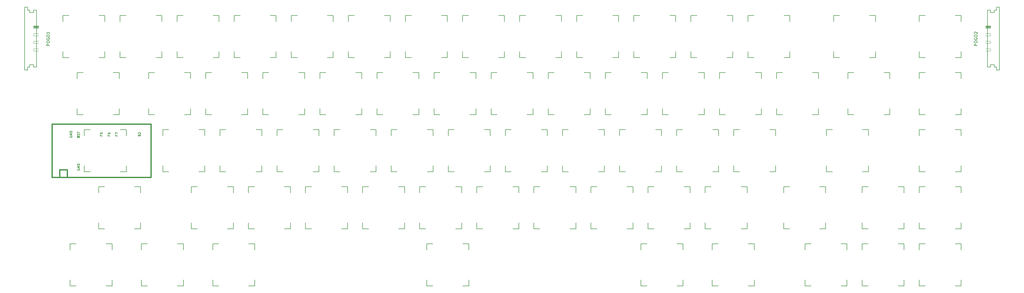
<source format=gbr>
G04 #@! TF.GenerationSoftware,KiCad,Pcbnew,(5.1.4)-1*
G04 #@! TF.CreationDate,2021-01-30T00:10:11-06:00*
G04 #@! TF.ProjectId,65MAIN,36354d41-494e-42e6-9b69-6361645f7063,rev?*
G04 #@! TF.SameCoordinates,Original*
G04 #@! TF.FileFunction,Legend,Top*
G04 #@! TF.FilePolarity,Positive*
%FSLAX46Y46*%
G04 Gerber Fmt 4.6, Leading zero omitted, Abs format (unit mm)*
G04 Created by KiCad (PCBNEW (5.1.4)-1) date 2021-01-30 00:10:11*
%MOMM*%
%LPD*%
G04 APERTURE LIST*
%ADD10C,0.150000*%
%ADD11C,0.120000*%
%ADD12C,0.381000*%
G04 APERTURE END LIST*
D10*
X132000000Y-127937500D02*
X134000000Y-127937500D01*
X134000000Y-127937500D02*
X134000000Y-129937500D01*
X132000000Y-141937500D02*
X134000000Y-141937500D01*
X134000000Y-141937500D02*
X134000000Y-139937500D01*
X120000000Y-139937500D02*
X120000000Y-141937500D01*
X120000000Y-141937500D02*
X122000000Y-141937500D01*
X122000000Y-127937500D02*
X120000000Y-127937500D01*
X120000000Y-127937500D02*
X120000000Y-129937500D01*
X251062500Y-108887500D02*
X253062500Y-108887500D01*
X253062500Y-108887500D02*
X253062500Y-110887500D01*
X251062500Y-122887500D02*
X253062500Y-122887500D01*
X253062500Y-122887500D02*
X253062500Y-120887500D01*
X239062500Y-120887500D02*
X239062500Y-122887500D01*
X239062500Y-122887500D02*
X241062500Y-122887500D01*
X241062500Y-108887500D02*
X239062500Y-108887500D01*
X239062500Y-108887500D02*
X239062500Y-110887500D01*
X17700000Y-89837500D02*
X19700000Y-89837500D01*
X19700000Y-89837500D02*
X19700000Y-91837500D01*
X17700000Y-103837500D02*
X19700000Y-103837500D01*
X19700000Y-103837500D02*
X19700000Y-101837500D01*
X5700000Y-101837500D02*
X5700000Y-103837500D01*
X5700000Y-103837500D02*
X7700000Y-103837500D01*
X7700000Y-89837500D02*
X5700000Y-89837500D01*
X5700000Y-89837500D02*
X5700000Y-91837500D01*
X267731250Y-51737500D02*
X269731250Y-51737500D01*
X269731250Y-51737500D02*
X269731250Y-53737500D01*
X267731250Y-65737500D02*
X269731250Y-65737500D01*
X269731250Y-65737500D02*
X269731250Y-63737500D01*
X255731250Y-63737500D02*
X255731250Y-65737500D01*
X255731250Y-65737500D02*
X257731250Y-65737500D01*
X257731250Y-51737500D02*
X255731250Y-51737500D01*
X255731250Y-51737500D02*
X255731250Y-53737500D01*
X22462500Y-108887500D02*
X24462500Y-108887500D01*
X24462500Y-108887500D02*
X24462500Y-110887500D01*
X22462500Y-122887500D02*
X24462500Y-122887500D01*
X24462500Y-122887500D02*
X24462500Y-120887500D01*
X10462500Y-120887500D02*
X10462500Y-122887500D01*
X10462500Y-122887500D02*
X12462500Y-122887500D01*
X12462500Y-108887500D02*
X10462500Y-108887500D01*
X10462500Y-108887500D02*
X10462500Y-110887500D01*
X265350000Y-89837500D02*
X267350000Y-89837500D01*
X267350000Y-89837500D02*
X267350000Y-91837500D01*
X265350000Y-103837500D02*
X267350000Y-103837500D01*
X267350000Y-103837500D02*
X267350000Y-101837500D01*
X253350000Y-101837500D02*
X253350000Y-103837500D01*
X253350000Y-103837500D02*
X255350000Y-103837500D01*
X255350000Y-89837500D02*
X253350000Y-89837500D01*
X253350000Y-89837500D02*
X253350000Y-91837500D01*
X12937500Y-127937500D02*
X14937500Y-127937500D01*
X14937500Y-127937500D02*
X14937500Y-129937500D01*
X12937500Y-141937500D02*
X14937500Y-141937500D01*
X14937500Y-141937500D02*
X14937500Y-139937500D01*
X937500Y-139937500D02*
X937500Y-141937500D01*
X937500Y-141937500D02*
X2937500Y-141937500D01*
X2937500Y-127937500D02*
X937500Y-127937500D01*
X937500Y-127937500D02*
X937500Y-129937500D01*
X36750000Y-127937500D02*
X38750000Y-127937500D01*
X38750000Y-127937500D02*
X38750000Y-129937500D01*
X36750000Y-141937500D02*
X38750000Y-141937500D01*
X38750000Y-141937500D02*
X38750000Y-139937500D01*
X24750000Y-139937500D02*
X24750000Y-141937500D01*
X24750000Y-141937500D02*
X26750000Y-141937500D01*
X26750000Y-127937500D02*
X24750000Y-127937500D01*
X24750000Y-127937500D02*
X24750000Y-129937500D01*
X227250000Y-127937500D02*
X229250000Y-127937500D01*
X229250000Y-127937500D02*
X229250000Y-129937500D01*
X227250000Y-141937500D02*
X229250000Y-141937500D01*
X229250000Y-141937500D02*
X229250000Y-139937500D01*
X215250000Y-139937500D02*
X215250000Y-141937500D01*
X215250000Y-141937500D02*
X217250000Y-141937500D01*
X217250000Y-127937500D02*
X215250000Y-127937500D01*
X215250000Y-127937500D02*
X215250000Y-129937500D01*
X203437500Y-127937500D02*
X205437500Y-127937500D01*
X205437500Y-127937500D02*
X205437500Y-129937500D01*
X203437500Y-141937500D02*
X205437500Y-141937500D01*
X205437500Y-141937500D02*
X205437500Y-139937500D01*
X191437500Y-139937500D02*
X191437500Y-141937500D01*
X191437500Y-141937500D02*
X193437500Y-141937500D01*
X193437500Y-127937500D02*
X191437500Y-127937500D01*
X191437500Y-127937500D02*
X191437500Y-129937500D01*
X60562500Y-127937500D02*
X62562500Y-127937500D01*
X62562500Y-127937500D02*
X62562500Y-129937500D01*
X60562500Y-141937500D02*
X62562500Y-141937500D01*
X62562500Y-141937500D02*
X62562500Y-139937500D01*
X48562500Y-139937500D02*
X48562500Y-141937500D01*
X48562500Y-141937500D02*
X50562500Y-141937500D01*
X50562500Y-127937500D02*
X48562500Y-127937500D01*
X48562500Y-127937500D02*
X48562500Y-129937500D01*
X15318750Y-70787500D02*
X17318750Y-70787500D01*
X17318750Y-70787500D02*
X17318750Y-72787500D01*
X15318750Y-84787500D02*
X17318750Y-84787500D01*
X17318750Y-84787500D02*
X17318750Y-82787500D01*
X3318750Y-82787500D02*
X3318750Y-84787500D01*
X3318750Y-84787500D02*
X5318750Y-84787500D01*
X5318750Y-70787500D02*
X3318750Y-70787500D01*
X3318750Y-70787500D02*
X3318750Y-72787500D01*
X272493750Y-70787500D02*
X274493750Y-70787500D01*
X274493750Y-70787500D02*
X274493750Y-72787500D01*
X272493750Y-84787500D02*
X274493750Y-84787500D01*
X274493750Y-84787500D02*
X274493750Y-82787500D01*
X260493750Y-82787500D02*
X260493750Y-84787500D01*
X260493750Y-84787500D02*
X262493750Y-84787500D01*
X262493750Y-70787500D02*
X260493750Y-70787500D01*
X260493750Y-70787500D02*
X260493750Y-72787500D01*
X10556250Y-51737500D02*
X12556250Y-51737500D01*
X12556250Y-51737500D02*
X12556250Y-53737500D01*
X10556250Y-65737500D02*
X12556250Y-65737500D01*
X12556250Y-65737500D02*
X12556250Y-63737500D01*
X-1443750Y-63737500D02*
X-1443750Y-65737500D01*
X-1443750Y-65737500D02*
X556250Y-65737500D01*
X556250Y-51737500D02*
X-1443750Y-51737500D01*
X-1443750Y-51737500D02*
X-1443750Y-53737500D01*
X62943750Y-89837500D02*
X64943750Y-89837500D01*
X64943750Y-89837500D02*
X64943750Y-91837500D01*
X62943750Y-103837500D02*
X64943750Y-103837500D01*
X64943750Y-103837500D02*
X64943750Y-101837500D01*
X50943750Y-101837500D02*
X50943750Y-103837500D01*
X50943750Y-103837500D02*
X52943750Y-103837500D01*
X52943750Y-89837500D02*
X50943750Y-89837500D01*
X50943750Y-89837500D02*
X50943750Y-91837500D01*
X29606250Y-51737500D02*
X31606250Y-51737500D01*
X31606250Y-51737500D02*
X31606250Y-53737500D01*
X29606250Y-65737500D02*
X31606250Y-65737500D01*
X31606250Y-65737500D02*
X31606250Y-63737500D01*
X17606250Y-63737500D02*
X17606250Y-65737500D01*
X17606250Y-65737500D02*
X19606250Y-65737500D01*
X19606250Y-51737500D02*
X17606250Y-51737500D01*
X17606250Y-51737500D02*
X17606250Y-53737500D01*
X234393750Y-89837500D02*
X236393750Y-89837500D01*
X236393750Y-89837500D02*
X236393750Y-91837500D01*
X234393750Y-103837500D02*
X236393750Y-103837500D01*
X236393750Y-103837500D02*
X236393750Y-101837500D01*
X222393750Y-101837500D02*
X222393750Y-103837500D01*
X222393750Y-103837500D02*
X224393750Y-103837500D01*
X224393750Y-89837500D02*
X222393750Y-89837500D01*
X222393750Y-89837500D02*
X222393750Y-91837500D01*
X129618750Y-108887500D02*
X131618750Y-108887500D01*
X131618750Y-108887500D02*
X131618750Y-110887500D01*
X129618750Y-122887500D02*
X131618750Y-122887500D01*
X131618750Y-122887500D02*
X131618750Y-120887500D01*
X117618750Y-120887500D02*
X117618750Y-122887500D01*
X117618750Y-122887500D02*
X119618750Y-122887500D01*
X119618750Y-108887500D02*
X117618750Y-108887500D01*
X117618750Y-108887500D02*
X117618750Y-110887500D01*
X224868750Y-108887500D02*
X226868750Y-108887500D01*
X226868750Y-108887500D02*
X226868750Y-110887500D01*
X224868750Y-122887500D02*
X226868750Y-122887500D01*
X226868750Y-122887500D02*
X226868750Y-120887500D01*
X212868750Y-120887500D02*
X212868750Y-122887500D01*
X212868750Y-122887500D02*
X214868750Y-122887500D01*
X214868750Y-108887500D02*
X212868750Y-108887500D01*
X212868750Y-108887500D02*
X212868750Y-110887500D01*
X196293750Y-89837500D02*
X198293750Y-89837500D01*
X198293750Y-89837500D02*
X198293750Y-91837500D01*
X196293750Y-103837500D02*
X198293750Y-103837500D01*
X198293750Y-103837500D02*
X198293750Y-101837500D01*
X184293750Y-101837500D02*
X184293750Y-103837500D01*
X184293750Y-103837500D02*
X186293750Y-103837500D01*
X186293750Y-89837500D02*
X184293750Y-89837500D01*
X184293750Y-89837500D02*
X184293750Y-91837500D01*
X120093750Y-89837500D02*
X122093750Y-89837500D01*
X122093750Y-89837500D02*
X122093750Y-91837500D01*
X120093750Y-103837500D02*
X122093750Y-103837500D01*
X122093750Y-103837500D02*
X122093750Y-101837500D01*
X108093750Y-101837500D02*
X108093750Y-103837500D01*
X108093750Y-103837500D02*
X110093750Y-103837500D01*
X110093750Y-89837500D02*
X108093750Y-89837500D01*
X108093750Y-89837500D02*
X108093750Y-91837500D01*
X91518750Y-108887500D02*
X93518750Y-108887500D01*
X93518750Y-108887500D02*
X93518750Y-110887500D01*
X91518750Y-122887500D02*
X93518750Y-122887500D01*
X93518750Y-122887500D02*
X93518750Y-120887500D01*
X79518750Y-120887500D02*
X79518750Y-122887500D01*
X79518750Y-122887500D02*
X81518750Y-122887500D01*
X81518750Y-108887500D02*
X79518750Y-108887500D01*
X79518750Y-108887500D02*
X79518750Y-110887500D01*
X148668750Y-108887500D02*
X150668750Y-108887500D01*
X150668750Y-108887500D02*
X150668750Y-110887500D01*
X148668750Y-122887500D02*
X150668750Y-122887500D01*
X150668750Y-122887500D02*
X150668750Y-120887500D01*
X136668750Y-120887500D02*
X136668750Y-122887500D01*
X136668750Y-122887500D02*
X138668750Y-122887500D01*
X138668750Y-108887500D02*
X136668750Y-108887500D01*
X136668750Y-108887500D02*
X136668750Y-110887500D01*
X248681250Y-70787500D02*
X250681250Y-70787500D01*
X250681250Y-70787500D02*
X250681250Y-72787500D01*
X248681250Y-84787500D02*
X250681250Y-84787500D01*
X250681250Y-84787500D02*
X250681250Y-82787500D01*
X236681250Y-82787500D02*
X236681250Y-84787500D01*
X236681250Y-84787500D02*
X238681250Y-84787500D01*
X238681250Y-70787500D02*
X236681250Y-70787500D01*
X236681250Y-70787500D02*
X236681250Y-72787500D01*
X58181250Y-70787500D02*
X60181250Y-70787500D01*
X60181250Y-70787500D02*
X60181250Y-72787500D01*
X58181250Y-84787500D02*
X60181250Y-84787500D01*
X60181250Y-84787500D02*
X60181250Y-82787500D01*
X46181250Y-82787500D02*
X46181250Y-84787500D01*
X46181250Y-84787500D02*
X48181250Y-84787500D01*
X48181250Y-70787500D02*
X46181250Y-70787500D01*
X46181250Y-70787500D02*
X46181250Y-72787500D01*
X162956250Y-51737500D02*
X164956250Y-51737500D01*
X164956250Y-51737500D02*
X164956250Y-53737500D01*
X162956250Y-65737500D02*
X164956250Y-65737500D01*
X164956250Y-65737500D02*
X164956250Y-63737500D01*
X150956250Y-63737500D02*
X150956250Y-65737500D01*
X150956250Y-65737500D02*
X152956250Y-65737500D01*
X152956250Y-51737500D02*
X150956250Y-51737500D01*
X150956250Y-51737500D02*
X150956250Y-53737500D01*
X201056250Y-51737500D02*
X203056250Y-51737500D01*
X203056250Y-51737500D02*
X203056250Y-53737500D01*
X201056250Y-65737500D02*
X203056250Y-65737500D01*
X203056250Y-65737500D02*
X203056250Y-63737500D01*
X189056250Y-63737500D02*
X189056250Y-65737500D01*
X189056250Y-65737500D02*
X191056250Y-65737500D01*
X191056250Y-51737500D02*
X189056250Y-51737500D01*
X189056250Y-51737500D02*
X189056250Y-53737500D01*
X53418750Y-108887500D02*
X55418750Y-108887500D01*
X55418750Y-108887500D02*
X55418750Y-110887500D01*
X53418750Y-122887500D02*
X55418750Y-122887500D01*
X55418750Y-122887500D02*
X55418750Y-120887500D01*
X41418750Y-120887500D02*
X41418750Y-122887500D01*
X41418750Y-122887500D02*
X43418750Y-122887500D01*
X43418750Y-108887500D02*
X41418750Y-108887500D01*
X41418750Y-108887500D02*
X41418750Y-110887500D01*
X134381250Y-70787500D02*
X136381250Y-70787500D01*
X136381250Y-70787500D02*
X136381250Y-72787500D01*
X134381250Y-84787500D02*
X136381250Y-84787500D01*
X136381250Y-84787500D02*
X136381250Y-82787500D01*
X122381250Y-82787500D02*
X122381250Y-84787500D01*
X122381250Y-84787500D02*
X124381250Y-84787500D01*
X124381250Y-70787500D02*
X122381250Y-70787500D01*
X122381250Y-70787500D02*
X122381250Y-72787500D01*
X72468750Y-108887500D02*
X74468750Y-108887500D01*
X74468750Y-108887500D02*
X74468750Y-110887500D01*
X72468750Y-122887500D02*
X74468750Y-122887500D01*
X74468750Y-122887500D02*
X74468750Y-120887500D01*
X60468750Y-120887500D02*
X60468750Y-122887500D01*
X60468750Y-122887500D02*
X62468750Y-122887500D01*
X62468750Y-108887500D02*
X60468750Y-108887500D01*
X60468750Y-108887500D02*
X60468750Y-110887500D01*
X110568750Y-108887500D02*
X112568750Y-108887500D01*
X112568750Y-108887500D02*
X112568750Y-110887500D01*
X110568750Y-122887500D02*
X112568750Y-122887500D01*
X112568750Y-122887500D02*
X112568750Y-120887500D01*
X98568750Y-120887500D02*
X98568750Y-122887500D01*
X98568750Y-122887500D02*
X100568750Y-122887500D01*
X100568750Y-108887500D02*
X98568750Y-108887500D01*
X98568750Y-108887500D02*
X98568750Y-110887500D01*
X277256250Y-108887500D02*
X279256250Y-108887500D01*
X279256250Y-108887500D02*
X279256250Y-110887500D01*
X277256250Y-122887500D02*
X279256250Y-122887500D01*
X279256250Y-122887500D02*
X279256250Y-120887500D01*
X265256250Y-120887500D02*
X265256250Y-122887500D01*
X265256250Y-122887500D02*
X267256250Y-122887500D01*
X267256250Y-108887500D02*
X265256250Y-108887500D01*
X265256250Y-108887500D02*
X265256250Y-110887500D01*
X153431250Y-70787500D02*
X155431250Y-70787500D01*
X155431250Y-70787500D02*
X155431250Y-72787500D01*
X153431250Y-84787500D02*
X155431250Y-84787500D01*
X155431250Y-84787500D02*
X155431250Y-82787500D01*
X141431250Y-82787500D02*
X141431250Y-84787500D01*
X141431250Y-84787500D02*
X143431250Y-84787500D01*
X143431250Y-70787500D02*
X141431250Y-70787500D01*
X141431250Y-70787500D02*
X141431250Y-72787500D01*
X48656250Y-51737500D02*
X50656250Y-51737500D01*
X50656250Y-51737500D02*
X50656250Y-53737500D01*
X48656250Y-65737500D02*
X50656250Y-65737500D01*
X50656250Y-65737500D02*
X50656250Y-63737500D01*
X36656250Y-63737500D02*
X36656250Y-65737500D01*
X36656250Y-65737500D02*
X38656250Y-65737500D01*
X38656250Y-51737500D02*
X36656250Y-51737500D01*
X36656250Y-51737500D02*
X36656250Y-53737500D01*
X67706250Y-51737500D02*
X69706250Y-51737500D01*
X69706250Y-51737500D02*
X69706250Y-53737500D01*
X67706250Y-65737500D02*
X69706250Y-65737500D01*
X69706250Y-65737500D02*
X69706250Y-63737500D01*
X55706250Y-63737500D02*
X55706250Y-65737500D01*
X55706250Y-65737500D02*
X57706250Y-65737500D01*
X57706250Y-51737500D02*
X55706250Y-51737500D01*
X55706250Y-51737500D02*
X55706250Y-53737500D01*
X115331250Y-70787500D02*
X117331250Y-70787500D01*
X117331250Y-70787500D02*
X117331250Y-72787500D01*
X115331250Y-84787500D02*
X117331250Y-84787500D01*
X117331250Y-84787500D02*
X117331250Y-82787500D01*
X103331250Y-82787500D02*
X103331250Y-84787500D01*
X103331250Y-84787500D02*
X105331250Y-84787500D01*
X105331250Y-70787500D02*
X103331250Y-70787500D01*
X103331250Y-70787500D02*
X103331250Y-72787500D01*
X124856250Y-51737500D02*
X126856250Y-51737500D01*
X126856250Y-51737500D02*
X126856250Y-53737500D01*
X124856250Y-65737500D02*
X126856250Y-65737500D01*
X126856250Y-65737500D02*
X126856250Y-63737500D01*
X112856250Y-63737500D02*
X112856250Y-65737500D01*
X112856250Y-65737500D02*
X114856250Y-65737500D01*
X114856250Y-51737500D02*
X112856250Y-51737500D01*
X112856250Y-51737500D02*
X112856250Y-53737500D01*
X143906250Y-51737500D02*
X145906250Y-51737500D01*
X145906250Y-51737500D02*
X145906250Y-53737500D01*
X143906250Y-65737500D02*
X145906250Y-65737500D01*
X145906250Y-65737500D02*
X145906250Y-63737500D01*
X131906250Y-63737500D02*
X131906250Y-65737500D01*
X131906250Y-65737500D02*
X133906250Y-65737500D01*
X133906250Y-51737500D02*
X131906250Y-51737500D01*
X131906250Y-51737500D02*
X131906250Y-53737500D01*
X215343750Y-89837500D02*
X217343750Y-89837500D01*
X217343750Y-89837500D02*
X217343750Y-91837500D01*
X215343750Y-103837500D02*
X217343750Y-103837500D01*
X217343750Y-103837500D02*
X217343750Y-101837500D01*
X203343750Y-101837500D02*
X203343750Y-103837500D01*
X203343750Y-103837500D02*
X205343750Y-103837500D01*
X205343750Y-89837500D02*
X203343750Y-89837500D01*
X203343750Y-89837500D02*
X203343750Y-91837500D01*
X296306250Y-127937500D02*
X298306250Y-127937500D01*
X298306250Y-127937500D02*
X298306250Y-129937500D01*
X296306250Y-141937500D02*
X298306250Y-141937500D01*
X298306250Y-141937500D02*
X298306250Y-139937500D01*
X284306250Y-139937500D02*
X284306250Y-141937500D01*
X284306250Y-141937500D02*
X286306250Y-141937500D01*
X286306250Y-127937500D02*
X284306250Y-127937500D01*
X284306250Y-127937500D02*
X284306250Y-129937500D01*
X96281250Y-70787500D02*
X98281250Y-70787500D01*
X98281250Y-70787500D02*
X98281250Y-72787500D01*
X96281250Y-84787500D02*
X98281250Y-84787500D01*
X98281250Y-84787500D02*
X98281250Y-82787500D01*
X84281250Y-82787500D02*
X84281250Y-84787500D01*
X84281250Y-84787500D02*
X86281250Y-84787500D01*
X86281250Y-70787500D02*
X84281250Y-70787500D01*
X84281250Y-70787500D02*
X84281250Y-72787500D01*
X39131250Y-70787500D02*
X41131250Y-70787500D01*
X41131250Y-70787500D02*
X41131250Y-72787500D01*
X39131250Y-84787500D02*
X41131250Y-84787500D01*
X41131250Y-84787500D02*
X41131250Y-82787500D01*
X27131250Y-82787500D02*
X27131250Y-84787500D01*
X27131250Y-84787500D02*
X29131250Y-84787500D01*
X29131250Y-70787500D02*
X27131250Y-70787500D01*
X27131250Y-70787500D02*
X27131250Y-72787500D01*
X296306250Y-89837500D02*
X298306250Y-89837500D01*
X298306250Y-89837500D02*
X298306250Y-91837500D01*
X296306250Y-103837500D02*
X298306250Y-103837500D01*
X298306250Y-103837500D02*
X298306250Y-101837500D01*
X284306250Y-101837500D02*
X284306250Y-103837500D01*
X284306250Y-103837500D02*
X286306250Y-103837500D01*
X286306250Y-89837500D02*
X284306250Y-89837500D01*
X284306250Y-89837500D02*
X284306250Y-91837500D01*
X296306250Y-108887500D02*
X298306250Y-108887500D01*
X298306250Y-108887500D02*
X298306250Y-110887500D01*
X296306250Y-122887500D02*
X298306250Y-122887500D01*
X298306250Y-122887500D02*
X298306250Y-120887500D01*
X284306250Y-120887500D02*
X284306250Y-122887500D01*
X284306250Y-122887500D02*
X286306250Y-122887500D01*
X286306250Y-108887500D02*
X284306250Y-108887500D01*
X284306250Y-108887500D02*
X284306250Y-110887500D01*
X205818750Y-108887500D02*
X207818750Y-108887500D01*
X207818750Y-108887500D02*
X207818750Y-110887500D01*
X205818750Y-122887500D02*
X207818750Y-122887500D01*
X207818750Y-122887500D02*
X207818750Y-120887500D01*
X193818750Y-120887500D02*
X193818750Y-122887500D01*
X193818750Y-122887500D02*
X195818750Y-122887500D01*
X195818750Y-108887500D02*
X193818750Y-108887500D01*
X193818750Y-108887500D02*
X193818750Y-110887500D01*
X210581250Y-70787500D02*
X212581250Y-70787500D01*
X212581250Y-70787500D02*
X212581250Y-72787500D01*
X210581250Y-84787500D02*
X212581250Y-84787500D01*
X212581250Y-84787500D02*
X212581250Y-82787500D01*
X198581250Y-82787500D02*
X198581250Y-84787500D01*
X198581250Y-84787500D02*
X200581250Y-84787500D01*
X200581250Y-70787500D02*
X198581250Y-70787500D01*
X198581250Y-70787500D02*
X198581250Y-72787500D01*
X191531250Y-70787500D02*
X193531250Y-70787500D01*
X193531250Y-70787500D02*
X193531250Y-72787500D01*
X191531250Y-84787500D02*
X193531250Y-84787500D01*
X193531250Y-84787500D02*
X193531250Y-82787500D01*
X179531250Y-82787500D02*
X179531250Y-84787500D01*
X179531250Y-84787500D02*
X181531250Y-84787500D01*
X181531250Y-70787500D02*
X179531250Y-70787500D01*
X179531250Y-70787500D02*
X179531250Y-72787500D01*
X182006250Y-51737500D02*
X184006250Y-51737500D01*
X184006250Y-51737500D02*
X184006250Y-53737500D01*
X182006250Y-65737500D02*
X184006250Y-65737500D01*
X184006250Y-65737500D02*
X184006250Y-63737500D01*
X170006250Y-63737500D02*
X170006250Y-65737500D01*
X170006250Y-65737500D02*
X172006250Y-65737500D01*
X172006250Y-51737500D02*
X170006250Y-51737500D01*
X170006250Y-51737500D02*
X170006250Y-53737500D01*
X220106250Y-51737500D02*
X222106250Y-51737500D01*
X222106250Y-51737500D02*
X222106250Y-53737500D01*
X220106250Y-65737500D02*
X222106250Y-65737500D01*
X222106250Y-65737500D02*
X222106250Y-63737500D01*
X208106250Y-63737500D02*
X208106250Y-65737500D01*
X208106250Y-65737500D02*
X210106250Y-65737500D01*
X210106250Y-51737500D02*
X208106250Y-51737500D01*
X208106250Y-51737500D02*
X208106250Y-53737500D01*
X167718750Y-108887500D02*
X169718750Y-108887500D01*
X169718750Y-108887500D02*
X169718750Y-110887500D01*
X167718750Y-122887500D02*
X169718750Y-122887500D01*
X169718750Y-122887500D02*
X169718750Y-120887500D01*
X155718750Y-120887500D02*
X155718750Y-122887500D01*
X155718750Y-122887500D02*
X157718750Y-122887500D01*
X157718750Y-108887500D02*
X155718750Y-108887500D01*
X155718750Y-108887500D02*
X155718750Y-110887500D01*
X258206250Y-127937500D02*
X260206250Y-127937500D01*
X260206250Y-127937500D02*
X260206250Y-129937500D01*
X258206250Y-141937500D02*
X260206250Y-141937500D01*
X260206250Y-141937500D02*
X260206250Y-139937500D01*
X246206250Y-139937500D02*
X246206250Y-141937500D01*
X246206250Y-141937500D02*
X248206250Y-141937500D01*
X248206250Y-127937500D02*
X246206250Y-127937500D01*
X246206250Y-127937500D02*
X246206250Y-129937500D01*
X229631250Y-70787500D02*
X231631250Y-70787500D01*
X231631250Y-70787500D02*
X231631250Y-72787500D01*
X229631250Y-84787500D02*
X231631250Y-84787500D01*
X231631250Y-84787500D02*
X231631250Y-82787500D01*
X217631250Y-82787500D02*
X217631250Y-84787500D01*
X217631250Y-84787500D02*
X219631250Y-84787500D01*
X219631250Y-70787500D02*
X217631250Y-70787500D01*
X217631250Y-70787500D02*
X217631250Y-72787500D01*
X177243750Y-89837500D02*
X179243750Y-89837500D01*
X179243750Y-89837500D02*
X179243750Y-91837500D01*
X177243750Y-103837500D02*
X179243750Y-103837500D01*
X179243750Y-103837500D02*
X179243750Y-101837500D01*
X165243750Y-101837500D02*
X165243750Y-103837500D01*
X165243750Y-103837500D02*
X167243750Y-103837500D01*
X167243750Y-89837500D02*
X165243750Y-89837500D01*
X165243750Y-89837500D02*
X165243750Y-91837500D01*
X158193750Y-89837500D02*
X160193750Y-89837500D01*
X160193750Y-89837500D02*
X160193750Y-91837500D01*
X158193750Y-103837500D02*
X160193750Y-103837500D01*
X160193750Y-103837500D02*
X160193750Y-101837500D01*
X146193750Y-101837500D02*
X146193750Y-103837500D01*
X146193750Y-103837500D02*
X148193750Y-103837500D01*
X148193750Y-89837500D02*
X146193750Y-89837500D01*
X146193750Y-89837500D02*
X146193750Y-91837500D01*
X172481250Y-70787500D02*
X174481250Y-70787500D01*
X174481250Y-70787500D02*
X174481250Y-72787500D01*
X172481250Y-84787500D02*
X174481250Y-84787500D01*
X174481250Y-84787500D02*
X174481250Y-82787500D01*
X160481250Y-82787500D02*
X160481250Y-84787500D01*
X160481250Y-84787500D02*
X162481250Y-84787500D01*
X162481250Y-70787500D02*
X160481250Y-70787500D01*
X160481250Y-70787500D02*
X160481250Y-72787500D01*
X296306250Y-70787500D02*
X298306250Y-70787500D01*
X298306250Y-70787500D02*
X298306250Y-72787500D01*
X296306250Y-84787500D02*
X298306250Y-84787500D01*
X298306250Y-84787500D02*
X298306250Y-82787500D01*
X284306250Y-82787500D02*
X284306250Y-84787500D01*
X284306250Y-84787500D02*
X286306250Y-84787500D01*
X286306250Y-70787500D02*
X284306250Y-70787500D01*
X284306250Y-70787500D02*
X284306250Y-72787500D01*
X139143750Y-89837500D02*
X141143750Y-89837500D01*
X141143750Y-89837500D02*
X141143750Y-91837500D01*
X139143750Y-103837500D02*
X141143750Y-103837500D01*
X141143750Y-103837500D02*
X141143750Y-101837500D01*
X127143750Y-101837500D02*
X127143750Y-103837500D01*
X127143750Y-103837500D02*
X129143750Y-103837500D01*
X129143750Y-89837500D02*
X127143750Y-89837500D01*
X127143750Y-89837500D02*
X127143750Y-91837500D01*
X86756250Y-51737500D02*
X88756250Y-51737500D01*
X88756250Y-51737500D02*
X88756250Y-53737500D01*
X86756250Y-65737500D02*
X88756250Y-65737500D01*
X88756250Y-65737500D02*
X88756250Y-63737500D01*
X74756250Y-63737500D02*
X74756250Y-65737500D01*
X74756250Y-65737500D02*
X76756250Y-65737500D01*
X76756250Y-51737500D02*
X74756250Y-51737500D01*
X74756250Y-51737500D02*
X74756250Y-53737500D01*
X105806250Y-51737500D02*
X107806250Y-51737500D01*
X107806250Y-51737500D02*
X107806250Y-53737500D01*
X105806250Y-65737500D02*
X107806250Y-65737500D01*
X107806250Y-65737500D02*
X107806250Y-63737500D01*
X93806250Y-63737500D02*
X93806250Y-65737500D01*
X93806250Y-65737500D02*
X95806250Y-65737500D01*
X95806250Y-51737500D02*
X93806250Y-51737500D01*
X93806250Y-51737500D02*
X93806250Y-53737500D01*
X101043750Y-89837500D02*
X103043750Y-89837500D01*
X103043750Y-89837500D02*
X103043750Y-91837500D01*
X101043750Y-103837500D02*
X103043750Y-103837500D01*
X103043750Y-103837500D02*
X103043750Y-101837500D01*
X89043750Y-101837500D02*
X89043750Y-103837500D01*
X89043750Y-103837500D02*
X91043750Y-103837500D01*
X91043750Y-89837500D02*
X89043750Y-89837500D01*
X89043750Y-89837500D02*
X89043750Y-91837500D01*
X239156250Y-51737500D02*
X241156250Y-51737500D01*
X241156250Y-51737500D02*
X241156250Y-53737500D01*
X239156250Y-65737500D02*
X241156250Y-65737500D01*
X241156250Y-65737500D02*
X241156250Y-63737500D01*
X227156250Y-63737500D02*
X227156250Y-65737500D01*
X227156250Y-65737500D02*
X229156250Y-65737500D01*
X229156250Y-51737500D02*
X227156250Y-51737500D01*
X227156250Y-51737500D02*
X227156250Y-53737500D01*
X77231250Y-70787500D02*
X79231250Y-70787500D01*
X79231250Y-70787500D02*
X79231250Y-72787500D01*
X77231250Y-84787500D02*
X79231250Y-84787500D01*
X79231250Y-84787500D02*
X79231250Y-82787500D01*
X65231250Y-82787500D02*
X65231250Y-84787500D01*
X65231250Y-84787500D02*
X67231250Y-84787500D01*
X67231250Y-70787500D02*
X65231250Y-70787500D01*
X65231250Y-70787500D02*
X65231250Y-72787500D01*
X277256250Y-127937500D02*
X279256250Y-127937500D01*
X279256250Y-127937500D02*
X279256250Y-129937500D01*
X277256250Y-141937500D02*
X279256250Y-141937500D01*
X279256250Y-141937500D02*
X279256250Y-139937500D01*
X265256250Y-139937500D02*
X265256250Y-141937500D01*
X265256250Y-141937500D02*
X267256250Y-141937500D01*
X267256250Y-127937500D02*
X265256250Y-127937500D01*
X265256250Y-127937500D02*
X265256250Y-129937500D01*
X296306250Y-51737500D02*
X298306250Y-51737500D01*
X298306250Y-51737500D02*
X298306250Y-53737500D01*
X296306250Y-65737500D02*
X298306250Y-65737500D01*
X298306250Y-65737500D02*
X298306250Y-63737500D01*
X284306250Y-63737500D02*
X284306250Y-65737500D01*
X284306250Y-65737500D02*
X286306250Y-65737500D01*
X286306250Y-51737500D02*
X284306250Y-51737500D01*
X284306250Y-51737500D02*
X284306250Y-53737500D01*
X81993750Y-89837500D02*
X83993750Y-89837500D01*
X83993750Y-89837500D02*
X83993750Y-91837500D01*
X81993750Y-103837500D02*
X83993750Y-103837500D01*
X83993750Y-103837500D02*
X83993750Y-101837500D01*
X69993750Y-101837500D02*
X69993750Y-103837500D01*
X69993750Y-103837500D02*
X71993750Y-103837500D01*
X71993750Y-89837500D02*
X69993750Y-89837500D01*
X69993750Y-89837500D02*
X69993750Y-91837500D01*
X186768750Y-108887500D02*
X188768750Y-108887500D01*
X188768750Y-108887500D02*
X188768750Y-110887500D01*
X186768750Y-122887500D02*
X188768750Y-122887500D01*
X188768750Y-122887500D02*
X188768750Y-120887500D01*
X174768750Y-120887500D02*
X174768750Y-122887500D01*
X174768750Y-122887500D02*
X176768750Y-122887500D01*
X176768750Y-108887500D02*
X174768750Y-108887500D01*
X174768750Y-108887500D02*
X174768750Y-110887500D01*
X43893750Y-89837500D02*
X45893750Y-89837500D01*
X45893750Y-89837500D02*
X45893750Y-91837500D01*
X43893750Y-103837500D02*
X45893750Y-103837500D01*
X45893750Y-103837500D02*
X45893750Y-101837500D01*
X31893750Y-101837500D02*
X31893750Y-103837500D01*
X31893750Y-103837500D02*
X33893750Y-103837500D01*
X33893750Y-89837500D02*
X31893750Y-89837500D01*
X31893750Y-89837500D02*
X31893750Y-91837500D01*
X311093750Y-48932500D02*
X311093750Y-69932500D01*
X311093750Y-69932500D02*
X310093750Y-69932500D01*
X310093750Y-69932500D02*
X310093750Y-68932500D01*
X310093750Y-68932500D02*
X309393750Y-68932500D01*
X309393750Y-68932500D02*
X309393750Y-68132500D01*
X309393750Y-68132500D02*
X308093750Y-68132500D01*
X308093750Y-68132500D02*
X308093750Y-68932500D01*
X308093750Y-68932500D02*
X307093750Y-68932500D01*
X308093750Y-49932500D02*
X307093750Y-49932500D01*
X308093750Y-50732500D02*
X308093750Y-49932500D01*
X309393750Y-50732500D02*
X308093750Y-50732500D01*
X310093750Y-49932500D02*
X309393750Y-49932500D01*
X310093750Y-48932500D02*
X310093750Y-49932500D01*
X311093750Y-48932500D02*
X310093750Y-48932500D01*
X309393750Y-49932500D02*
X309393750Y-50732500D01*
X307093750Y-49932500D02*
X307093750Y-68932500D01*
X307093750Y-56062500D02*
X307093750Y-55062500D01*
D11*
X306445750Y-55242500D02*
X308133750Y-55242500D01*
X308133750Y-55942500D02*
X306445750Y-55942500D01*
X306445750Y-62802500D02*
X308133750Y-62802500D01*
X306445750Y-55722500D02*
X308133750Y-55722500D01*
X308133750Y-62802500D02*
X308133750Y-63562500D01*
X306445750Y-55842500D02*
X308133750Y-55842500D01*
X308133750Y-55182500D02*
X308133750Y-55942500D01*
X306445750Y-55362500D02*
X308133750Y-55362500D01*
X306445750Y-55482500D02*
X308133750Y-55482500D01*
X306445750Y-55602500D02*
X308133750Y-55602500D01*
X306445750Y-55182500D02*
X308133750Y-55182500D01*
X308133750Y-63562500D02*
X306445750Y-63562500D01*
X306439750Y-60262500D02*
X308127750Y-60262500D01*
X308127750Y-60262500D02*
X308127750Y-61022500D01*
X308127750Y-61022500D02*
X306439750Y-61022500D01*
X306439750Y-57722500D02*
X308127750Y-57722500D01*
X308127750Y-57722500D02*
X308127750Y-58482500D01*
X308127750Y-58482500D02*
X306439750Y-58482500D01*
X-11265250Y-58482500D02*
X-9577250Y-58482500D01*
X-11265250Y-57722500D02*
X-11265250Y-58482500D01*
X-9577250Y-57722500D02*
X-11265250Y-57722500D01*
X-11265250Y-61022500D02*
X-9577250Y-61022500D01*
X-11265250Y-60262500D02*
X-11265250Y-61022500D01*
X-9577250Y-60262500D02*
X-11265250Y-60262500D01*
X-11271250Y-63562500D02*
X-9583250Y-63562500D01*
X-9583250Y-55182500D02*
X-11271250Y-55182500D01*
X-9583250Y-55602500D02*
X-11271250Y-55602500D01*
X-9583250Y-55482500D02*
X-11271250Y-55482500D01*
X-9583250Y-55362500D02*
X-11271250Y-55362500D01*
X-11271250Y-55182500D02*
X-11271250Y-55942500D01*
X-9583250Y-55842500D02*
X-11271250Y-55842500D01*
X-11271250Y-62802500D02*
X-11271250Y-63562500D01*
X-9583250Y-55722500D02*
X-11271250Y-55722500D01*
X-9583250Y-62802500D02*
X-11271250Y-62802500D01*
X-11271250Y-55942500D02*
X-9583250Y-55942500D01*
X-9583250Y-55242500D02*
X-11271250Y-55242500D01*
D10*
X-10231250Y-56062500D02*
X-10231250Y-55062500D01*
X-10231250Y-49932500D02*
X-10231250Y-68932500D01*
X-12531250Y-49932500D02*
X-12531250Y-50732500D01*
X-14231250Y-48932500D02*
X-13231250Y-48932500D01*
X-13231250Y-48932500D02*
X-13231250Y-49932500D01*
X-13231250Y-49932500D02*
X-12531250Y-49932500D01*
X-12531250Y-50732500D02*
X-11231250Y-50732500D01*
X-11231250Y-50732500D02*
X-11231250Y-49932500D01*
X-11231250Y-49932500D02*
X-10231250Y-49932500D01*
X-11231250Y-68932500D02*
X-10231250Y-68932500D01*
X-11231250Y-68132500D02*
X-11231250Y-68932500D01*
X-12531250Y-68132500D02*
X-11231250Y-68132500D01*
X-12531250Y-68932500D02*
X-12531250Y-68132500D01*
X-13231250Y-68932500D02*
X-12531250Y-68932500D01*
X-13231250Y-69932500D02*
X-13231250Y-68932500D01*
X-14231250Y-69932500D02*
X-13231250Y-69932500D01*
X-14231250Y-48932500D02*
X-14231250Y-69932500D01*
D12*
X-2540000Y-105727500D02*
X27940000Y-105727500D01*
X27940000Y-105727500D02*
X27940000Y-87947500D01*
X27940000Y-87947500D02*
X-2540000Y-87947500D01*
X-2540000Y-103187500D02*
X0Y-103187500D01*
X0Y-103187500D02*
X0Y-105727500D01*
D10*
G36*
X3339360Y-91905932D02*
G01*
X3639360Y-91905932D01*
X3639360Y-92005932D01*
X3339360Y-92005932D01*
X3339360Y-91905932D01*
G37*
X3339360Y-91905932D02*
X3639360Y-91905932D01*
X3639360Y-92005932D01*
X3339360Y-92005932D01*
X3339360Y-91905932D01*
G36*
X3739360Y-92105932D02*
G01*
X3839360Y-92105932D01*
X3839360Y-92205932D01*
X3739360Y-92205932D01*
X3739360Y-92105932D01*
G37*
X3739360Y-92105932D02*
X3839360Y-92105932D01*
X3839360Y-92205932D01*
X3739360Y-92205932D01*
X3739360Y-92105932D01*
G36*
X3339360Y-91905932D02*
G01*
X3439360Y-91905932D01*
X3439360Y-92405932D01*
X3339360Y-92405932D01*
X3339360Y-91905932D01*
G37*
X3339360Y-91905932D02*
X3439360Y-91905932D01*
X3439360Y-92405932D01*
X3339360Y-92405932D01*
X3339360Y-91905932D01*
G36*
X3339360Y-92305932D02*
G01*
X4139360Y-92305932D01*
X4139360Y-92405932D01*
X3339360Y-92405932D01*
X3339360Y-92305932D01*
G37*
X3339360Y-92305932D02*
X4139360Y-92305932D01*
X4139360Y-92405932D01*
X3339360Y-92405932D01*
X3339360Y-92305932D01*
G36*
X3939360Y-91905932D02*
G01*
X4139360Y-91905932D01*
X4139360Y-92005932D01*
X3939360Y-92005932D01*
X3939360Y-91905932D01*
G37*
X3939360Y-91905932D02*
X4139360Y-91905932D01*
X4139360Y-92005932D01*
X3939360Y-92005932D01*
X3939360Y-91905932D01*
D12*
X-2540000Y-87947500D02*
X-5080000Y-87947500D01*
X-5080000Y-87947500D02*
X-5080000Y-105727500D01*
X-5080000Y-105727500D02*
X-2540000Y-105727500D01*
X-2540000Y-103187500D02*
X-2540000Y-105727500D01*
D10*
X303664880Y-61816964D02*
X302664880Y-61816964D01*
X302664880Y-61436011D01*
X302712500Y-61340773D01*
X302760119Y-61293154D01*
X302855357Y-61245535D01*
X302998214Y-61245535D01*
X303093452Y-61293154D01*
X303141071Y-61340773D01*
X303188690Y-61436011D01*
X303188690Y-61816964D01*
X302664880Y-60626488D02*
X302664880Y-60436011D01*
X302712500Y-60340773D01*
X302807738Y-60245535D01*
X302998214Y-60197916D01*
X303331547Y-60197916D01*
X303522023Y-60245535D01*
X303617261Y-60340773D01*
X303664880Y-60436011D01*
X303664880Y-60626488D01*
X303617261Y-60721726D01*
X303522023Y-60816964D01*
X303331547Y-60864583D01*
X302998214Y-60864583D01*
X302807738Y-60816964D01*
X302712500Y-60721726D01*
X302664880Y-60626488D01*
X302712500Y-59245535D02*
X302664880Y-59340773D01*
X302664880Y-59483630D01*
X302712500Y-59626488D01*
X302807738Y-59721726D01*
X302902976Y-59769345D01*
X303093452Y-59816964D01*
X303236309Y-59816964D01*
X303426785Y-59769345D01*
X303522023Y-59721726D01*
X303617261Y-59626488D01*
X303664880Y-59483630D01*
X303664880Y-59388392D01*
X303617261Y-59245535D01*
X303569642Y-59197916D01*
X303236309Y-59197916D01*
X303236309Y-59388392D01*
X302664880Y-58578869D02*
X302664880Y-58388392D01*
X302712500Y-58293154D01*
X302807738Y-58197916D01*
X302998214Y-58150297D01*
X303331547Y-58150297D01*
X303522023Y-58197916D01*
X303617261Y-58293154D01*
X303664880Y-58388392D01*
X303664880Y-58578869D01*
X303617261Y-58674107D01*
X303522023Y-58769345D01*
X303331547Y-58816964D01*
X302998214Y-58816964D01*
X302807738Y-58769345D01*
X302712500Y-58674107D01*
X302664880Y-58578869D01*
X302760119Y-57769345D02*
X302712500Y-57721726D01*
X302664880Y-57626488D01*
X302664880Y-57388392D01*
X302712500Y-57293154D01*
X302760119Y-57245535D01*
X302855357Y-57197916D01*
X302950595Y-57197916D01*
X303093452Y-57245535D01*
X303664880Y-57816964D01*
X303664880Y-57197916D01*
X-5897619Y-61816964D02*
X-6897619Y-61816964D01*
X-6897619Y-61436011D01*
X-6850000Y-61340773D01*
X-6802380Y-61293154D01*
X-6707142Y-61245535D01*
X-6564285Y-61245535D01*
X-6469047Y-61293154D01*
X-6421428Y-61340773D01*
X-6373809Y-61436011D01*
X-6373809Y-61816964D01*
X-6897619Y-60626488D02*
X-6897619Y-60436011D01*
X-6850000Y-60340773D01*
X-6754761Y-60245535D01*
X-6564285Y-60197916D01*
X-6230952Y-60197916D01*
X-6040476Y-60245535D01*
X-5945238Y-60340773D01*
X-5897619Y-60436011D01*
X-5897619Y-60626488D01*
X-5945238Y-60721726D01*
X-6040476Y-60816964D01*
X-6230952Y-60864583D01*
X-6564285Y-60864583D01*
X-6754761Y-60816964D01*
X-6850000Y-60721726D01*
X-6897619Y-60626488D01*
X-6850000Y-59245535D02*
X-6897619Y-59340773D01*
X-6897619Y-59483630D01*
X-6850000Y-59626488D01*
X-6754761Y-59721726D01*
X-6659523Y-59769345D01*
X-6469047Y-59816964D01*
X-6326190Y-59816964D01*
X-6135714Y-59769345D01*
X-6040476Y-59721726D01*
X-5945238Y-59626488D01*
X-5897619Y-59483630D01*
X-5897619Y-59388392D01*
X-5945238Y-59245535D01*
X-5992857Y-59197916D01*
X-6326190Y-59197916D01*
X-6326190Y-59388392D01*
X-6897619Y-58578869D02*
X-6897619Y-58388392D01*
X-6850000Y-58293154D01*
X-6754761Y-58197916D01*
X-6564285Y-58150297D01*
X-6230952Y-58150297D01*
X-6040476Y-58197916D01*
X-5945238Y-58293154D01*
X-5897619Y-58388392D01*
X-5897619Y-58578869D01*
X-5945238Y-58674107D01*
X-6040476Y-58769345D01*
X-6230952Y-58816964D01*
X-6564285Y-58816964D01*
X-6754761Y-58769345D01*
X-6850000Y-58674107D01*
X-6897619Y-58578869D01*
X-5897619Y-57197916D02*
X-5897619Y-57769345D01*
X-5897619Y-57483630D02*
X-6897619Y-57483630D01*
X-6754761Y-57578869D01*
X-6659523Y-57674107D01*
X-6611904Y-57769345D01*
X24072857Y-91700309D02*
X24110952Y-91586023D01*
X24149047Y-91547928D01*
X24225238Y-91509833D01*
X24339523Y-91509833D01*
X24415714Y-91547928D01*
X24453809Y-91586023D01*
X24491904Y-91662214D01*
X24491904Y-91966976D01*
X23691904Y-91966976D01*
X23691904Y-91700309D01*
X23730000Y-91624119D01*
X23768095Y-91586023D01*
X23844285Y-91547928D01*
X23920476Y-91547928D01*
X23996666Y-91586023D01*
X24034761Y-91624119D01*
X24072857Y-91700309D01*
X24072857Y-91966976D01*
X23768095Y-91205071D02*
X23730000Y-91166976D01*
X23691904Y-91090785D01*
X23691904Y-90900309D01*
X23730000Y-90824119D01*
X23768095Y-90786023D01*
X23844285Y-90747928D01*
X23920476Y-90747928D01*
X24034761Y-90786023D01*
X24491904Y-91243166D01*
X24491904Y-90747928D01*
X16452857Y-91643166D02*
X16452857Y-91909833D01*
X16871904Y-91909833D02*
X16071904Y-91909833D01*
X16071904Y-91528880D01*
X16071904Y-91300309D02*
X16071904Y-90766976D01*
X16871904Y-91109833D01*
X13912857Y-91643166D02*
X13912857Y-91909833D01*
X14331904Y-91909833D02*
X13531904Y-91909833D01*
X13531904Y-91528880D01*
X13531904Y-90881261D02*
X13531904Y-91033642D01*
X13570000Y-91109833D01*
X13608095Y-91147928D01*
X13722380Y-91224119D01*
X13874761Y-91262214D01*
X14179523Y-91262214D01*
X14255714Y-91224119D01*
X14293809Y-91186023D01*
X14331904Y-91109833D01*
X14331904Y-90957452D01*
X14293809Y-90881261D01*
X14255714Y-90843166D01*
X14179523Y-90805071D01*
X13989047Y-90805071D01*
X13912857Y-90843166D01*
X13874761Y-90881261D01*
X13836666Y-90957452D01*
X13836666Y-91109833D01*
X13874761Y-91186023D01*
X13912857Y-91224119D01*
X13989047Y-91262214D01*
X11372857Y-91643166D02*
X11372857Y-91909833D01*
X11791904Y-91909833D02*
X10991904Y-91909833D01*
X10991904Y-91528880D01*
X10991904Y-90843166D02*
X10991904Y-91224119D01*
X11372857Y-91262214D01*
X11334761Y-91224119D01*
X11296666Y-91147928D01*
X11296666Y-90957452D01*
X11334761Y-90881261D01*
X11372857Y-90843166D01*
X11449047Y-90805071D01*
X11639523Y-90805071D01*
X11715714Y-90843166D01*
X11753809Y-90881261D01*
X11791904Y-90957452D01*
X11791904Y-91147928D01*
X11753809Y-91224119D01*
X11715714Y-91262214D01*
X870000Y-91986023D02*
X831904Y-92062214D01*
X831904Y-92176500D01*
X870000Y-92290785D01*
X946190Y-92366976D01*
X1022380Y-92405071D01*
X1174761Y-92443166D01*
X1289047Y-92443166D01*
X1441428Y-92405071D01*
X1517619Y-92366976D01*
X1593809Y-92290785D01*
X1631904Y-92176500D01*
X1631904Y-92100309D01*
X1593809Y-91986023D01*
X1555714Y-91947928D01*
X1289047Y-91947928D01*
X1289047Y-92100309D01*
X1631904Y-91605071D02*
X831904Y-91605071D01*
X1631904Y-91147928D01*
X831904Y-91147928D01*
X1631904Y-90766976D02*
X831904Y-90766976D01*
X831904Y-90576500D01*
X870000Y-90462214D01*
X946190Y-90386023D01*
X1022380Y-90347928D01*
X1174761Y-90309833D01*
X1289047Y-90309833D01*
X1441428Y-90347928D01*
X1517619Y-90386023D01*
X1593809Y-90462214D01*
X1631904Y-90576500D01*
X1631904Y-90766976D01*
X4103809Y-91637713D02*
X4141904Y-91523427D01*
X4141904Y-91332951D01*
X4103809Y-91256760D01*
X4065714Y-91218665D01*
X3989523Y-91180570D01*
X3913333Y-91180570D01*
X3837142Y-91218665D01*
X3799047Y-91256760D01*
X3760952Y-91332951D01*
X3722857Y-91485332D01*
X3684761Y-91561522D01*
X3646666Y-91599618D01*
X3570476Y-91637713D01*
X3494285Y-91637713D01*
X3418095Y-91599618D01*
X3380000Y-91561522D01*
X3341904Y-91485332D01*
X3341904Y-91294856D01*
X3380000Y-91180570D01*
X3341904Y-90951999D02*
X3341904Y-90494856D01*
X4141904Y-90723427D02*
X3341904Y-90723427D01*
X11372857Y-91643166D02*
X11372857Y-91909833D01*
X11791904Y-91909833D02*
X10991904Y-91909833D01*
X10991904Y-91528880D01*
X10991904Y-90843166D02*
X10991904Y-91224119D01*
X11372857Y-91262214D01*
X11334761Y-91224119D01*
X11296666Y-91147928D01*
X11296666Y-90957452D01*
X11334761Y-90881261D01*
X11372857Y-90843166D01*
X11449047Y-90805071D01*
X11639523Y-90805071D01*
X11715714Y-90843166D01*
X11753809Y-90881261D01*
X11791904Y-90957452D01*
X11791904Y-91147928D01*
X11753809Y-91224119D01*
X11715714Y-91262214D01*
X13912857Y-91643166D02*
X13912857Y-91909833D01*
X14331904Y-91909833D02*
X13531904Y-91909833D01*
X13531904Y-91528880D01*
X13531904Y-90881261D02*
X13531904Y-91033642D01*
X13570000Y-91109833D01*
X13608095Y-91147928D01*
X13722380Y-91224119D01*
X13874761Y-91262214D01*
X14179523Y-91262214D01*
X14255714Y-91224119D01*
X14293809Y-91186023D01*
X14331904Y-91109833D01*
X14331904Y-90957452D01*
X14293809Y-90881261D01*
X14255714Y-90843166D01*
X14179523Y-90805071D01*
X13989047Y-90805071D01*
X13912857Y-90843166D01*
X13874761Y-90881261D01*
X13836666Y-90957452D01*
X13836666Y-91109833D01*
X13874761Y-91186023D01*
X13912857Y-91224119D01*
X13989047Y-91262214D01*
X16452857Y-91643166D02*
X16452857Y-91909833D01*
X16871904Y-91909833D02*
X16071904Y-91909833D01*
X16071904Y-91528880D01*
X16071904Y-91300309D02*
X16071904Y-90766976D01*
X16871904Y-91109833D01*
X24072857Y-91700309D02*
X24110952Y-91586023D01*
X24149047Y-91547928D01*
X24225238Y-91509833D01*
X24339523Y-91509833D01*
X24415714Y-91547928D01*
X24453809Y-91586023D01*
X24491904Y-91662214D01*
X24491904Y-91966976D01*
X23691904Y-91966976D01*
X23691904Y-91700309D01*
X23730000Y-91624119D01*
X23768095Y-91586023D01*
X23844285Y-91547928D01*
X23920476Y-91547928D01*
X23996666Y-91586023D01*
X24034761Y-91624119D01*
X24072857Y-91700309D01*
X24072857Y-91966976D01*
X23768095Y-91205071D02*
X23730000Y-91166976D01*
X23691904Y-91090785D01*
X23691904Y-90900309D01*
X23730000Y-90824119D01*
X23768095Y-90786023D01*
X23844285Y-90747928D01*
X23920476Y-90747928D01*
X24034761Y-90786023D01*
X24491904Y-91243166D01*
X24491904Y-90747928D01*
X3410000Y-102908023D02*
X3371904Y-102984214D01*
X3371904Y-103098500D01*
X3410000Y-103212785D01*
X3486190Y-103288976D01*
X3562380Y-103327071D01*
X3714761Y-103365166D01*
X3829047Y-103365166D01*
X3981428Y-103327071D01*
X4057619Y-103288976D01*
X4133809Y-103212785D01*
X4171904Y-103098500D01*
X4171904Y-103022309D01*
X4133809Y-102908023D01*
X4095714Y-102869928D01*
X3829047Y-102869928D01*
X3829047Y-103022309D01*
X4171904Y-102527071D02*
X3371904Y-102527071D01*
X4171904Y-102069928D01*
X3371904Y-102069928D01*
X4171904Y-101688976D02*
X3371904Y-101688976D01*
X3371904Y-101498500D01*
X3410000Y-101384214D01*
X3486190Y-101308023D01*
X3562380Y-101269928D01*
X3714761Y-101231833D01*
X3829047Y-101231833D01*
X3981428Y-101269928D01*
X4057619Y-101308023D01*
X4133809Y-101384214D01*
X4171904Y-101498500D01*
X4171904Y-101688976D01*
X4103809Y-91637713D02*
X4141904Y-91523427D01*
X4141904Y-91332951D01*
X4103809Y-91256760D01*
X4065714Y-91218665D01*
X3989523Y-91180570D01*
X3913333Y-91180570D01*
X3837142Y-91218665D01*
X3799047Y-91256760D01*
X3760952Y-91332951D01*
X3722857Y-91485332D01*
X3684761Y-91561522D01*
X3646666Y-91599618D01*
X3570476Y-91637713D01*
X3494285Y-91637713D01*
X3418095Y-91599618D01*
X3380000Y-91561522D01*
X3341904Y-91485332D01*
X3341904Y-91294856D01*
X3380000Y-91180570D01*
X3341904Y-90951999D02*
X3341904Y-90494856D01*
X4141904Y-90723427D02*
X3341904Y-90723427D01*
M02*

</source>
